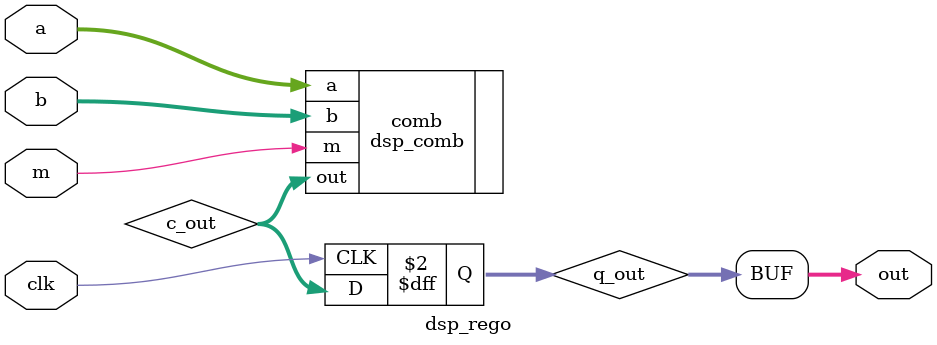
<source format=v>
`include "../dsp_combinational/dsp_comb.sim.v"

/* DSP Block with register on the output */
module dsp_rego (clk, a, b, m, out);
	localparam DATA_WIDTH = 64;

	input wire clk;
	input wire [DATA_WIDTH/2-1:0] a;
	input wire [DATA_WIDTH/2-1:0] b;
	input wire m;
	output wire [DATA_WIDTH-1:0] out;

	wire [DATA_WIDTH-1:0] c_out;
	dsp_comb comb (.a(a), .b(b), .m(m), .out(c_out));

	reg [DATA_WIDTH-1:0] q_out;
	always @(posedge clk) begin
		q_out <= c_out;
	end

	assign out = q_out;
endmodule

</source>
